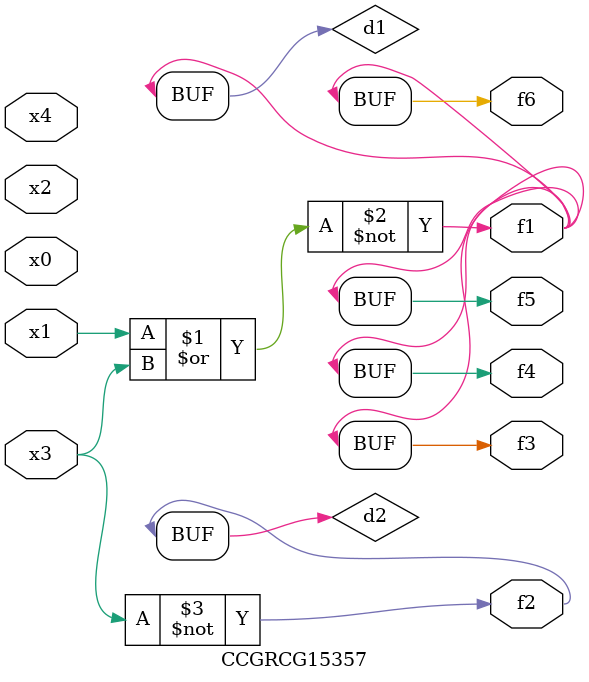
<source format=v>
module CCGRCG15357(
	input x0, x1, x2, x3, x4,
	output f1, f2, f3, f4, f5, f6
);

	wire d1, d2;

	nor (d1, x1, x3);
	not (d2, x3);
	assign f1 = d1;
	assign f2 = d2;
	assign f3 = d1;
	assign f4 = d1;
	assign f5 = d1;
	assign f6 = d1;
endmodule

</source>
